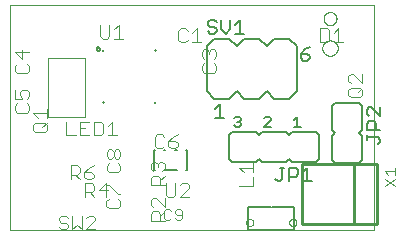
<source format=gto>
G75*
%MOIN*%
%OFA0B0*%
%FSLAX25Y25*%
%IPPOS*%
%LPD*%
%AMOC8*
5,1,8,0,0,1.08239X$1,22.5*
%
%ADD10C,0.00000*%
%ADD11C,0.00600*%
%ADD12C,0.00500*%
%ADD13C,0.00400*%
%ADD14C,0.00300*%
%ADD15C,0.00800*%
%ADD16C,0.01000*%
D10*
X0030649Y0017263D02*
X0030649Y0092177D01*
X0152011Y0092177D01*
X0152011Y0092208D01*
X0152011Y0092177D02*
X0152011Y0017263D01*
X0152011Y0017247D01*
X0152011Y0017263D02*
X0030649Y0017263D01*
X0043278Y0054779D02*
X0055877Y0054779D01*
X0055877Y0074464D01*
X0043278Y0074464D01*
X0043278Y0054779D01*
X0109471Y0019767D02*
X0109473Y0019836D01*
X0109479Y0019904D01*
X0109489Y0019972D01*
X0109503Y0020039D01*
X0109521Y0020106D01*
X0109542Y0020171D01*
X0109568Y0020235D01*
X0109597Y0020297D01*
X0109629Y0020357D01*
X0109665Y0020416D01*
X0109705Y0020472D01*
X0109747Y0020526D01*
X0109793Y0020577D01*
X0109842Y0020626D01*
X0109893Y0020672D01*
X0109947Y0020714D01*
X0110003Y0020754D01*
X0110061Y0020790D01*
X0110122Y0020822D01*
X0110184Y0020851D01*
X0110248Y0020877D01*
X0110313Y0020898D01*
X0110380Y0020916D01*
X0110447Y0020930D01*
X0110515Y0020940D01*
X0110583Y0020946D01*
X0110652Y0020948D01*
X0110721Y0020946D01*
X0110789Y0020940D01*
X0110857Y0020930D01*
X0110924Y0020916D01*
X0110991Y0020898D01*
X0111056Y0020877D01*
X0111120Y0020851D01*
X0111182Y0020822D01*
X0111242Y0020790D01*
X0111301Y0020754D01*
X0111357Y0020714D01*
X0111411Y0020672D01*
X0111462Y0020626D01*
X0111511Y0020577D01*
X0111557Y0020526D01*
X0111599Y0020472D01*
X0111639Y0020416D01*
X0111675Y0020357D01*
X0111707Y0020297D01*
X0111736Y0020235D01*
X0111762Y0020171D01*
X0111783Y0020106D01*
X0111801Y0020039D01*
X0111815Y0019972D01*
X0111825Y0019904D01*
X0111831Y0019836D01*
X0111833Y0019767D01*
X0111831Y0019698D01*
X0111825Y0019630D01*
X0111815Y0019562D01*
X0111801Y0019495D01*
X0111783Y0019428D01*
X0111762Y0019363D01*
X0111736Y0019299D01*
X0111707Y0019237D01*
X0111675Y0019176D01*
X0111639Y0019118D01*
X0111599Y0019062D01*
X0111557Y0019008D01*
X0111511Y0018957D01*
X0111462Y0018908D01*
X0111411Y0018862D01*
X0111357Y0018820D01*
X0111301Y0018780D01*
X0111243Y0018744D01*
X0111182Y0018712D01*
X0111120Y0018683D01*
X0111056Y0018657D01*
X0110991Y0018636D01*
X0110924Y0018618D01*
X0110857Y0018604D01*
X0110789Y0018594D01*
X0110721Y0018588D01*
X0110652Y0018586D01*
X0110583Y0018588D01*
X0110515Y0018594D01*
X0110447Y0018604D01*
X0110380Y0018618D01*
X0110313Y0018636D01*
X0110248Y0018657D01*
X0110184Y0018683D01*
X0110122Y0018712D01*
X0110061Y0018744D01*
X0110003Y0018780D01*
X0109947Y0018820D01*
X0109893Y0018862D01*
X0109842Y0018908D01*
X0109793Y0018957D01*
X0109747Y0019008D01*
X0109705Y0019062D01*
X0109665Y0019118D01*
X0109629Y0019176D01*
X0109597Y0019237D01*
X0109568Y0019299D01*
X0109542Y0019363D01*
X0109521Y0019428D01*
X0109503Y0019495D01*
X0109489Y0019562D01*
X0109479Y0019630D01*
X0109473Y0019698D01*
X0109471Y0019767D01*
X0123842Y0019767D02*
X0123844Y0019836D01*
X0123850Y0019904D01*
X0123860Y0019972D01*
X0123874Y0020039D01*
X0123892Y0020106D01*
X0123913Y0020171D01*
X0123939Y0020235D01*
X0123968Y0020297D01*
X0124000Y0020357D01*
X0124036Y0020416D01*
X0124076Y0020472D01*
X0124118Y0020526D01*
X0124164Y0020577D01*
X0124213Y0020626D01*
X0124264Y0020672D01*
X0124318Y0020714D01*
X0124374Y0020754D01*
X0124432Y0020790D01*
X0124493Y0020822D01*
X0124555Y0020851D01*
X0124619Y0020877D01*
X0124684Y0020898D01*
X0124751Y0020916D01*
X0124818Y0020930D01*
X0124886Y0020940D01*
X0124954Y0020946D01*
X0125023Y0020948D01*
X0125092Y0020946D01*
X0125160Y0020940D01*
X0125228Y0020930D01*
X0125295Y0020916D01*
X0125362Y0020898D01*
X0125427Y0020877D01*
X0125491Y0020851D01*
X0125553Y0020822D01*
X0125613Y0020790D01*
X0125672Y0020754D01*
X0125728Y0020714D01*
X0125782Y0020672D01*
X0125833Y0020626D01*
X0125882Y0020577D01*
X0125928Y0020526D01*
X0125970Y0020472D01*
X0126010Y0020416D01*
X0126046Y0020357D01*
X0126078Y0020297D01*
X0126107Y0020235D01*
X0126133Y0020171D01*
X0126154Y0020106D01*
X0126172Y0020039D01*
X0126186Y0019972D01*
X0126196Y0019904D01*
X0126202Y0019836D01*
X0126204Y0019767D01*
X0126202Y0019698D01*
X0126196Y0019630D01*
X0126186Y0019562D01*
X0126172Y0019495D01*
X0126154Y0019428D01*
X0126133Y0019363D01*
X0126107Y0019299D01*
X0126078Y0019237D01*
X0126046Y0019176D01*
X0126010Y0019118D01*
X0125970Y0019062D01*
X0125928Y0019008D01*
X0125882Y0018957D01*
X0125833Y0018908D01*
X0125782Y0018862D01*
X0125728Y0018820D01*
X0125672Y0018780D01*
X0125614Y0018744D01*
X0125553Y0018712D01*
X0125491Y0018683D01*
X0125427Y0018657D01*
X0125362Y0018636D01*
X0125295Y0018618D01*
X0125228Y0018604D01*
X0125160Y0018594D01*
X0125092Y0018588D01*
X0125023Y0018586D01*
X0124954Y0018588D01*
X0124886Y0018594D01*
X0124818Y0018604D01*
X0124751Y0018618D01*
X0124684Y0018636D01*
X0124619Y0018657D01*
X0124555Y0018683D01*
X0124493Y0018712D01*
X0124432Y0018744D01*
X0124374Y0018780D01*
X0124318Y0018820D01*
X0124264Y0018862D01*
X0124213Y0018908D01*
X0124164Y0018957D01*
X0124118Y0019008D01*
X0124076Y0019062D01*
X0124036Y0019118D01*
X0124000Y0019176D01*
X0123968Y0019237D01*
X0123939Y0019299D01*
X0123913Y0019363D01*
X0123892Y0019428D01*
X0123874Y0019495D01*
X0123860Y0019562D01*
X0123850Y0019630D01*
X0123844Y0019698D01*
X0123842Y0019767D01*
X0134874Y0077905D02*
X0134876Y0078006D01*
X0134882Y0078107D01*
X0134892Y0078208D01*
X0134906Y0078308D01*
X0134924Y0078407D01*
X0134946Y0078506D01*
X0134971Y0078604D01*
X0135001Y0078701D01*
X0135034Y0078796D01*
X0135071Y0078890D01*
X0135112Y0078983D01*
X0135156Y0079074D01*
X0135204Y0079163D01*
X0135256Y0079250D01*
X0135311Y0079335D01*
X0135369Y0079417D01*
X0135430Y0079498D01*
X0135495Y0079576D01*
X0135562Y0079651D01*
X0135632Y0079723D01*
X0135706Y0079793D01*
X0135782Y0079860D01*
X0135860Y0079924D01*
X0135941Y0079984D01*
X0136024Y0080041D01*
X0136110Y0080095D01*
X0136198Y0080146D01*
X0136287Y0080193D01*
X0136378Y0080237D01*
X0136471Y0080276D01*
X0136566Y0080313D01*
X0136661Y0080345D01*
X0136758Y0080374D01*
X0136857Y0080398D01*
X0136955Y0080419D01*
X0137055Y0080436D01*
X0137155Y0080449D01*
X0137256Y0080458D01*
X0137357Y0080463D01*
X0137458Y0080464D01*
X0137559Y0080461D01*
X0137660Y0080454D01*
X0137761Y0080443D01*
X0137861Y0080428D01*
X0137960Y0080409D01*
X0138059Y0080386D01*
X0138156Y0080360D01*
X0138253Y0080329D01*
X0138348Y0080295D01*
X0138441Y0080257D01*
X0138534Y0080215D01*
X0138624Y0080170D01*
X0138713Y0080121D01*
X0138799Y0080069D01*
X0138883Y0080013D01*
X0138966Y0079954D01*
X0139045Y0079892D01*
X0139123Y0079827D01*
X0139197Y0079759D01*
X0139269Y0079687D01*
X0139338Y0079614D01*
X0139404Y0079537D01*
X0139467Y0079458D01*
X0139527Y0079376D01*
X0139583Y0079292D01*
X0139636Y0079206D01*
X0139686Y0079118D01*
X0139732Y0079028D01*
X0139775Y0078937D01*
X0139814Y0078843D01*
X0139849Y0078748D01*
X0139880Y0078652D01*
X0139908Y0078555D01*
X0139932Y0078457D01*
X0139952Y0078358D01*
X0139968Y0078258D01*
X0139980Y0078157D01*
X0139988Y0078057D01*
X0139992Y0077956D01*
X0139992Y0077854D01*
X0139988Y0077753D01*
X0139980Y0077653D01*
X0139968Y0077552D01*
X0139952Y0077452D01*
X0139932Y0077353D01*
X0139908Y0077255D01*
X0139880Y0077158D01*
X0139849Y0077062D01*
X0139814Y0076967D01*
X0139775Y0076873D01*
X0139732Y0076782D01*
X0139686Y0076692D01*
X0139636Y0076604D01*
X0139583Y0076518D01*
X0139527Y0076434D01*
X0139467Y0076352D01*
X0139404Y0076273D01*
X0139338Y0076196D01*
X0139269Y0076123D01*
X0139197Y0076051D01*
X0139123Y0075983D01*
X0139045Y0075918D01*
X0138966Y0075856D01*
X0138883Y0075797D01*
X0138799Y0075741D01*
X0138712Y0075689D01*
X0138624Y0075640D01*
X0138534Y0075595D01*
X0138441Y0075553D01*
X0138348Y0075515D01*
X0138253Y0075481D01*
X0138156Y0075450D01*
X0138059Y0075424D01*
X0137960Y0075401D01*
X0137861Y0075382D01*
X0137761Y0075367D01*
X0137660Y0075356D01*
X0137559Y0075349D01*
X0137458Y0075346D01*
X0137357Y0075347D01*
X0137256Y0075352D01*
X0137155Y0075361D01*
X0137055Y0075374D01*
X0136955Y0075391D01*
X0136857Y0075412D01*
X0136758Y0075436D01*
X0136661Y0075465D01*
X0136566Y0075497D01*
X0136471Y0075534D01*
X0136378Y0075573D01*
X0136287Y0075617D01*
X0136198Y0075664D01*
X0136110Y0075715D01*
X0136024Y0075769D01*
X0135941Y0075826D01*
X0135860Y0075886D01*
X0135782Y0075950D01*
X0135706Y0076017D01*
X0135632Y0076087D01*
X0135562Y0076159D01*
X0135495Y0076234D01*
X0135430Y0076312D01*
X0135369Y0076393D01*
X0135311Y0076475D01*
X0135256Y0076560D01*
X0135204Y0076647D01*
X0135156Y0076736D01*
X0135112Y0076827D01*
X0135071Y0076920D01*
X0135034Y0077014D01*
X0135001Y0077109D01*
X0134971Y0077206D01*
X0134946Y0077304D01*
X0134924Y0077403D01*
X0134906Y0077502D01*
X0134892Y0077602D01*
X0134882Y0077703D01*
X0134876Y0077804D01*
X0134874Y0077905D01*
X0135268Y0087747D02*
X0135270Y0087840D01*
X0135276Y0087932D01*
X0135286Y0088024D01*
X0135300Y0088115D01*
X0135317Y0088206D01*
X0135339Y0088296D01*
X0135364Y0088385D01*
X0135393Y0088473D01*
X0135426Y0088559D01*
X0135463Y0088644D01*
X0135503Y0088728D01*
X0135547Y0088809D01*
X0135594Y0088889D01*
X0135644Y0088967D01*
X0135698Y0089042D01*
X0135755Y0089115D01*
X0135815Y0089185D01*
X0135878Y0089253D01*
X0135944Y0089318D01*
X0136012Y0089380D01*
X0136083Y0089440D01*
X0136157Y0089496D01*
X0136233Y0089549D01*
X0136311Y0089598D01*
X0136391Y0089645D01*
X0136473Y0089687D01*
X0136557Y0089727D01*
X0136642Y0089762D01*
X0136729Y0089794D01*
X0136817Y0089823D01*
X0136906Y0089847D01*
X0136996Y0089868D01*
X0137087Y0089884D01*
X0137179Y0089897D01*
X0137271Y0089906D01*
X0137364Y0089911D01*
X0137456Y0089912D01*
X0137549Y0089909D01*
X0137641Y0089902D01*
X0137733Y0089891D01*
X0137824Y0089876D01*
X0137915Y0089858D01*
X0138005Y0089835D01*
X0138093Y0089809D01*
X0138181Y0089779D01*
X0138267Y0089745D01*
X0138351Y0089708D01*
X0138434Y0089666D01*
X0138515Y0089622D01*
X0138595Y0089574D01*
X0138672Y0089523D01*
X0138746Y0089468D01*
X0138819Y0089410D01*
X0138889Y0089350D01*
X0138956Y0089286D01*
X0139020Y0089220D01*
X0139082Y0089150D01*
X0139140Y0089079D01*
X0139195Y0089005D01*
X0139247Y0088928D01*
X0139296Y0088849D01*
X0139342Y0088769D01*
X0139384Y0088686D01*
X0139422Y0088602D01*
X0139457Y0088516D01*
X0139488Y0088429D01*
X0139515Y0088341D01*
X0139538Y0088251D01*
X0139558Y0088161D01*
X0139574Y0088070D01*
X0139586Y0087978D01*
X0139594Y0087886D01*
X0139598Y0087793D01*
X0139598Y0087701D01*
X0139594Y0087608D01*
X0139586Y0087516D01*
X0139574Y0087424D01*
X0139558Y0087333D01*
X0139538Y0087243D01*
X0139515Y0087153D01*
X0139488Y0087065D01*
X0139457Y0086978D01*
X0139422Y0086892D01*
X0139384Y0086808D01*
X0139342Y0086725D01*
X0139296Y0086645D01*
X0139247Y0086566D01*
X0139195Y0086489D01*
X0139140Y0086415D01*
X0139082Y0086344D01*
X0139020Y0086274D01*
X0138956Y0086208D01*
X0138889Y0086144D01*
X0138819Y0086084D01*
X0138746Y0086026D01*
X0138672Y0085971D01*
X0138595Y0085920D01*
X0138516Y0085872D01*
X0138434Y0085828D01*
X0138351Y0085786D01*
X0138267Y0085749D01*
X0138181Y0085715D01*
X0138093Y0085685D01*
X0138005Y0085659D01*
X0137915Y0085636D01*
X0137824Y0085618D01*
X0137733Y0085603D01*
X0137641Y0085592D01*
X0137549Y0085585D01*
X0137456Y0085582D01*
X0137364Y0085583D01*
X0137271Y0085588D01*
X0137179Y0085597D01*
X0137087Y0085610D01*
X0136996Y0085626D01*
X0136906Y0085647D01*
X0136817Y0085671D01*
X0136729Y0085700D01*
X0136642Y0085732D01*
X0136557Y0085767D01*
X0136473Y0085807D01*
X0136391Y0085849D01*
X0136311Y0085896D01*
X0136233Y0085945D01*
X0136157Y0085998D01*
X0136083Y0086054D01*
X0136012Y0086114D01*
X0135944Y0086176D01*
X0135878Y0086241D01*
X0135815Y0086309D01*
X0135755Y0086379D01*
X0135698Y0086452D01*
X0135644Y0086527D01*
X0135594Y0086605D01*
X0135547Y0086685D01*
X0135503Y0086766D01*
X0135463Y0086850D01*
X0135426Y0086935D01*
X0135393Y0087021D01*
X0135364Y0087109D01*
X0135339Y0087198D01*
X0135317Y0087288D01*
X0135300Y0087379D01*
X0135286Y0087470D01*
X0135276Y0087562D01*
X0135270Y0087654D01*
X0135268Y0087747D01*
D11*
X0126363Y0078448D02*
X0126363Y0063448D01*
X0123863Y0060948D01*
X0118863Y0060948D01*
X0116363Y0063448D01*
X0113863Y0060948D01*
X0108863Y0060948D01*
X0106363Y0063448D01*
X0103863Y0060948D01*
X0098863Y0060948D01*
X0096363Y0063448D01*
X0096363Y0078448D01*
X0098863Y0080948D01*
X0103863Y0080948D01*
X0106363Y0078448D01*
X0108863Y0080948D01*
X0113863Y0080948D01*
X0116363Y0078448D01*
X0118863Y0080948D01*
X0123863Y0080948D01*
X0126363Y0078448D01*
X0139003Y0059464D02*
X0147003Y0059464D01*
X0148003Y0058464D01*
X0148003Y0050464D01*
X0147003Y0049464D01*
X0148003Y0048464D01*
X0148003Y0040464D01*
X0147003Y0039464D01*
X0139003Y0039464D01*
X0138003Y0040464D01*
X0138003Y0048464D01*
X0139003Y0049464D01*
X0138003Y0050464D01*
X0138003Y0058464D01*
X0139003Y0059464D01*
X0132759Y0049854D02*
X0124759Y0049854D01*
X0123759Y0048854D01*
X0122759Y0049854D01*
X0114759Y0049854D01*
X0113759Y0048854D01*
X0112759Y0049854D01*
X0104759Y0049854D01*
X0103759Y0048854D01*
X0103759Y0040854D01*
X0104759Y0039854D01*
X0112759Y0039854D01*
X0113759Y0040854D01*
X0114759Y0039854D01*
X0122759Y0039854D01*
X0123759Y0040854D01*
X0124759Y0039854D01*
X0132759Y0039854D01*
X0133759Y0040854D01*
X0133759Y0048854D01*
X0132759Y0049854D01*
X0089814Y0043783D02*
X0089814Y0037405D01*
X0089444Y0037405D01*
X0086271Y0037405D02*
X0082160Y0037405D01*
X0078987Y0037405D02*
X0078617Y0037405D01*
X0078617Y0043783D01*
X0078987Y0043783D01*
X0082160Y0043783D02*
X0082530Y0043783D01*
X0085900Y0043783D02*
X0086271Y0043783D01*
X0089444Y0043783D02*
X0089814Y0043783D01*
D12*
X0099113Y0054698D02*
X0102115Y0054698D01*
X0100614Y0054698D02*
X0100614Y0059202D01*
X0099113Y0057701D01*
X0105418Y0054540D02*
X0105985Y0055107D01*
X0107119Y0055107D01*
X0107686Y0054540D01*
X0107686Y0053972D01*
X0107119Y0053405D01*
X0107686Y0052838D01*
X0107686Y0052271D01*
X0107119Y0051704D01*
X0105985Y0051704D01*
X0105418Y0052271D01*
X0106552Y0053405D02*
X0107119Y0053405D01*
X0115418Y0054540D02*
X0115985Y0055107D01*
X0117119Y0055107D01*
X0117686Y0054540D01*
X0117686Y0053972D01*
X0115418Y0051704D01*
X0117686Y0051704D01*
X0125418Y0051704D02*
X0127686Y0051704D01*
X0126552Y0051704D02*
X0126552Y0055107D01*
X0125418Y0053972D01*
X0126053Y0038108D02*
X0123801Y0038108D01*
X0123801Y0033604D01*
X0123801Y0035105D02*
X0126053Y0035105D01*
X0126803Y0035856D01*
X0126803Y0037357D01*
X0126053Y0038108D01*
X0128405Y0036606D02*
X0129906Y0038108D01*
X0129906Y0033604D01*
X0128405Y0033604D02*
X0131407Y0033604D01*
X0121449Y0034354D02*
X0121449Y0038108D01*
X0120698Y0038108D02*
X0122200Y0038108D01*
X0121449Y0034354D02*
X0120698Y0033604D01*
X0119948Y0033604D01*
X0119197Y0034354D01*
X0117936Y0025082D02*
X0125515Y0025082D01*
X0125515Y0017405D01*
X0110160Y0017405D01*
X0110160Y0025082D01*
X0117837Y0025082D01*
X0149749Y0047403D02*
X0149749Y0048905D01*
X0149749Y0048154D02*
X0153502Y0048154D01*
X0154253Y0047403D01*
X0154253Y0046653D01*
X0153502Y0045902D01*
X0152752Y0050506D02*
X0152752Y0052758D01*
X0152001Y0053509D01*
X0150500Y0053509D01*
X0149749Y0052758D01*
X0149749Y0050506D01*
X0154253Y0050506D01*
X0154253Y0055110D02*
X0151250Y0058113D01*
X0150500Y0058113D01*
X0149749Y0057362D01*
X0149749Y0055861D01*
X0150500Y0055110D01*
X0154253Y0055110D02*
X0154253Y0058113D01*
X0130615Y0074449D02*
X0129865Y0073698D01*
X0128363Y0073698D01*
X0127613Y0074449D01*
X0127613Y0075950D01*
X0129865Y0075950D01*
X0130615Y0075200D01*
X0130615Y0074449D01*
X0129114Y0077451D02*
X0127613Y0075950D01*
X0129114Y0077451D02*
X0130615Y0078202D01*
X0108823Y0082698D02*
X0105821Y0082698D01*
X0107322Y0082698D02*
X0107322Y0087202D01*
X0105821Y0085701D01*
X0104219Y0084200D02*
X0104219Y0087202D01*
X0101217Y0087202D02*
X0101217Y0084200D01*
X0102718Y0082698D01*
X0104219Y0084200D01*
X0099615Y0084200D02*
X0099615Y0083449D01*
X0098865Y0082698D01*
X0097363Y0082698D01*
X0096613Y0083449D01*
X0097363Y0084950D02*
X0098865Y0084950D01*
X0099615Y0084200D01*
X0097363Y0084950D02*
X0096613Y0085701D01*
X0096613Y0086451D01*
X0097363Y0087202D01*
X0098865Y0087202D01*
X0099615Y0086451D01*
D13*
X0093043Y0084516D02*
X0093043Y0079912D01*
X0091508Y0079912D02*
X0094578Y0079912D01*
X0095580Y0077444D02*
X0096347Y0077444D01*
X0097114Y0076677D01*
X0097882Y0077444D01*
X0098649Y0077444D01*
X0099416Y0076677D01*
X0099416Y0075142D01*
X0098649Y0074375D01*
X0097114Y0075910D02*
X0097114Y0076677D01*
X0095580Y0077444D02*
X0094812Y0076677D01*
X0094812Y0075142D01*
X0095580Y0074375D01*
X0095580Y0072840D02*
X0094812Y0072073D01*
X0094812Y0070538D01*
X0095580Y0069771D01*
X0098649Y0069771D01*
X0099416Y0070538D01*
X0099416Y0072073D01*
X0098649Y0072840D01*
X0089974Y0080679D02*
X0089206Y0079912D01*
X0087672Y0079912D01*
X0086904Y0080679D01*
X0086904Y0083749D01*
X0087672Y0084516D01*
X0089206Y0084516D01*
X0089974Y0083749D01*
X0091508Y0082981D02*
X0093043Y0084516D01*
X0068506Y0081105D02*
X0065437Y0081105D01*
X0066971Y0081105D02*
X0066971Y0085709D01*
X0065437Y0084174D01*
X0063902Y0085709D02*
X0063902Y0081872D01*
X0063135Y0081105D01*
X0061600Y0081105D01*
X0060833Y0081872D01*
X0060833Y0085709D01*
X0037059Y0076456D02*
X0032455Y0076456D01*
X0034757Y0074154D01*
X0034757Y0077223D01*
X0036291Y0072619D02*
X0037059Y0071852D01*
X0037059Y0070317D01*
X0036291Y0069550D01*
X0033222Y0069550D01*
X0032455Y0070317D01*
X0032455Y0071852D01*
X0033222Y0072619D01*
X0032455Y0064081D02*
X0032455Y0061012D01*
X0034757Y0061012D01*
X0033989Y0062547D01*
X0033989Y0063314D01*
X0034757Y0064081D01*
X0036291Y0064081D01*
X0037059Y0063314D01*
X0037059Y0061779D01*
X0036291Y0061012D01*
X0036291Y0059477D02*
X0037059Y0058710D01*
X0037059Y0057175D01*
X0036291Y0056408D01*
X0033222Y0056408D01*
X0032455Y0057175D01*
X0032455Y0058710D01*
X0033222Y0059477D01*
X0038475Y0056118D02*
X0043078Y0056118D01*
X0043078Y0057652D02*
X0043078Y0054583D01*
X0043078Y0053048D02*
X0041544Y0051514D01*
X0042311Y0053048D02*
X0039242Y0053048D01*
X0038475Y0052281D01*
X0038475Y0050746D01*
X0039242Y0049979D01*
X0042311Y0049979D01*
X0043078Y0050746D01*
X0043078Y0052281D01*
X0042311Y0053048D01*
X0040009Y0054583D02*
X0038475Y0056118D01*
X0049526Y0053421D02*
X0049526Y0048818D01*
X0052595Y0048818D01*
X0054130Y0048818D02*
X0057199Y0048818D01*
X0058734Y0048818D02*
X0061035Y0048818D01*
X0061803Y0049585D01*
X0061803Y0052654D01*
X0061035Y0053421D01*
X0058734Y0053421D01*
X0058734Y0048818D01*
X0055664Y0051120D02*
X0054130Y0051120D01*
X0054130Y0053421D02*
X0054130Y0048818D01*
X0054130Y0053421D02*
X0057199Y0053421D01*
X0063337Y0051887D02*
X0064872Y0053421D01*
X0064872Y0048818D01*
X0063337Y0048818D02*
X0066407Y0048818D01*
X0066032Y0044121D02*
X0066799Y0044121D01*
X0067567Y0043353D01*
X0067567Y0041819D01*
X0066799Y0041051D01*
X0066032Y0041051D01*
X0065265Y0041819D01*
X0065265Y0043353D01*
X0066032Y0044121D01*
X0065265Y0043353D02*
X0064497Y0044121D01*
X0063730Y0044121D01*
X0062963Y0043353D01*
X0062963Y0041819D01*
X0063730Y0041051D01*
X0064497Y0041051D01*
X0065265Y0041819D01*
X0066799Y0039517D02*
X0067567Y0038749D01*
X0067567Y0037215D01*
X0066799Y0036447D01*
X0063730Y0036447D01*
X0062963Y0037215D01*
X0062963Y0038749D01*
X0063730Y0039517D01*
X0058604Y0038843D02*
X0057070Y0038075D01*
X0055535Y0036541D01*
X0057837Y0036541D01*
X0058604Y0035773D01*
X0058604Y0035006D01*
X0057837Y0034239D01*
X0056302Y0034239D01*
X0055535Y0035006D01*
X0055535Y0036541D01*
X0054000Y0036541D02*
X0054000Y0038075D01*
X0053233Y0038843D01*
X0050931Y0038843D01*
X0050931Y0034239D01*
X0050931Y0035773D02*
X0053233Y0035773D01*
X0054000Y0036541D01*
X0052466Y0035773D02*
X0054000Y0034239D01*
X0055778Y0032858D02*
X0058080Y0032858D01*
X0058848Y0032091D01*
X0058848Y0030557D01*
X0058080Y0029789D01*
X0055778Y0029789D01*
X0055778Y0028255D02*
X0055778Y0032858D01*
X0057313Y0029789D02*
X0058848Y0028255D01*
X0060382Y0030557D02*
X0063452Y0030557D01*
X0062880Y0029150D02*
X0062880Y0032219D01*
X0063647Y0032219D01*
X0066717Y0029150D01*
X0067484Y0029150D01*
X0066717Y0027615D02*
X0067484Y0026848D01*
X0067484Y0025313D01*
X0066717Y0024546D01*
X0063647Y0024546D01*
X0062880Y0025313D01*
X0062880Y0026848D01*
X0063647Y0027615D01*
X0062684Y0028255D02*
X0062684Y0032858D01*
X0060382Y0030557D01*
X0058491Y0022051D02*
X0056957Y0022051D01*
X0056189Y0021284D01*
X0054655Y0022051D02*
X0054655Y0017447D01*
X0053120Y0018982D01*
X0051586Y0017447D01*
X0051586Y0022051D01*
X0050051Y0021284D02*
X0049284Y0022051D01*
X0047749Y0022051D01*
X0046982Y0021284D01*
X0046982Y0020517D01*
X0047749Y0019749D01*
X0049284Y0019749D01*
X0050051Y0018982D01*
X0050051Y0018215D01*
X0049284Y0017447D01*
X0047749Y0017447D01*
X0046982Y0018215D01*
X0056189Y0017447D02*
X0059259Y0020517D01*
X0059259Y0021284D01*
X0058491Y0022051D01*
X0059259Y0017447D02*
X0056189Y0017447D01*
X0077770Y0020377D02*
X0077770Y0022679D01*
X0078537Y0023447D01*
X0080072Y0023447D01*
X0080839Y0022679D01*
X0080839Y0020377D01*
X0082374Y0020377D02*
X0077770Y0020377D01*
X0080839Y0021912D02*
X0082374Y0023447D01*
X0082374Y0024981D02*
X0079304Y0028051D01*
X0078537Y0028051D01*
X0077770Y0027283D01*
X0077770Y0025749D01*
X0078537Y0024981D01*
X0082374Y0024981D02*
X0082374Y0028051D01*
X0082708Y0029061D02*
X0083475Y0028294D01*
X0085010Y0028294D01*
X0085777Y0029061D01*
X0085777Y0032898D01*
X0087312Y0032131D02*
X0088079Y0032898D01*
X0089613Y0032898D01*
X0090381Y0032131D01*
X0090381Y0031363D01*
X0087312Y0028294D01*
X0090381Y0028294D01*
X0082708Y0029061D02*
X0082708Y0032898D01*
X0082299Y0032295D02*
X0077695Y0032295D01*
X0077695Y0034597D01*
X0078462Y0035364D01*
X0079997Y0035364D01*
X0080764Y0034597D01*
X0080764Y0032295D01*
X0080764Y0033829D02*
X0082299Y0035364D01*
X0081532Y0036899D02*
X0082299Y0037666D01*
X0082299Y0039201D01*
X0081532Y0039968D01*
X0080764Y0039968D01*
X0079997Y0039201D01*
X0079997Y0038433D01*
X0079997Y0039201D02*
X0079230Y0039968D01*
X0078462Y0039968D01*
X0077695Y0039201D01*
X0077695Y0037666D01*
X0078462Y0036899D01*
X0079747Y0044577D02*
X0081281Y0044577D01*
X0082049Y0045345D01*
X0083583Y0045345D02*
X0083583Y0046879D01*
X0085885Y0046879D01*
X0086652Y0046112D01*
X0086652Y0045345D01*
X0085885Y0044577D01*
X0084350Y0044577D01*
X0083583Y0045345D01*
X0083583Y0046879D02*
X0085118Y0048414D01*
X0086652Y0049181D01*
X0082049Y0048414D02*
X0081281Y0049181D01*
X0079747Y0049181D01*
X0078979Y0048414D01*
X0078979Y0045345D01*
X0079747Y0044577D01*
X0107254Y0038024D02*
X0111858Y0038024D01*
X0111858Y0039558D02*
X0111858Y0036489D01*
X0111858Y0034955D02*
X0111858Y0031885D01*
X0107254Y0031885D01*
X0108789Y0036489D02*
X0107254Y0038024D01*
X0143530Y0062440D02*
X0143530Y0063975D01*
X0144297Y0064742D01*
X0147366Y0064742D01*
X0148134Y0063975D01*
X0148134Y0062440D01*
X0147366Y0061673D01*
X0144297Y0061673D01*
X0143530Y0062440D01*
X0146599Y0063207D02*
X0148134Y0064742D01*
X0148134Y0066277D02*
X0145064Y0069346D01*
X0144297Y0069346D01*
X0143530Y0068579D01*
X0143530Y0067044D01*
X0144297Y0066277D01*
X0148134Y0066277D02*
X0148134Y0069346D01*
X0141688Y0080007D02*
X0138619Y0080007D01*
X0140153Y0080007D02*
X0140153Y0084611D01*
X0138619Y0083077D01*
X0137084Y0083844D02*
X0137084Y0080775D01*
X0136317Y0080007D01*
X0134015Y0080007D01*
X0134015Y0084611D01*
X0136317Y0084611D01*
X0137084Y0083844D01*
X0159232Y0038084D02*
X0159232Y0035682D01*
X0159232Y0036883D02*
X0155629Y0036883D01*
X0156830Y0035682D01*
X0155629Y0034401D02*
X0159232Y0031999D01*
X0159232Y0034401D02*
X0155629Y0031999D01*
D14*
X0088183Y0023609D02*
X0088183Y0021141D01*
X0087565Y0020523D01*
X0086331Y0020523D01*
X0085714Y0021141D01*
X0084499Y0021141D02*
X0083882Y0020523D01*
X0082648Y0020523D01*
X0082031Y0021141D01*
X0082031Y0023609D01*
X0082648Y0024227D01*
X0083882Y0024227D01*
X0084499Y0023609D01*
X0085714Y0023609D02*
X0085714Y0022992D01*
X0086331Y0022375D01*
X0088183Y0022375D01*
X0088183Y0023609D02*
X0087565Y0024227D01*
X0086331Y0024227D01*
X0085714Y0023609D01*
D15*
X0079097Y0059547D02*
X0079491Y0059940D01*
X0062168Y0059547D02*
X0061775Y0059940D01*
X0061775Y0076870D02*
X0062168Y0077263D01*
X0059609Y0077657D02*
X0059611Y0077705D01*
X0059617Y0077753D01*
X0059627Y0077800D01*
X0059640Y0077846D01*
X0059658Y0077891D01*
X0059678Y0077935D01*
X0059703Y0077977D01*
X0059731Y0078016D01*
X0059761Y0078053D01*
X0059795Y0078087D01*
X0059832Y0078119D01*
X0059870Y0078148D01*
X0059911Y0078173D01*
X0059954Y0078195D01*
X0059999Y0078213D01*
X0060045Y0078227D01*
X0060092Y0078238D01*
X0060140Y0078245D01*
X0060188Y0078248D01*
X0060236Y0078247D01*
X0060284Y0078242D01*
X0060332Y0078233D01*
X0060378Y0078221D01*
X0060423Y0078204D01*
X0060467Y0078184D01*
X0060509Y0078161D01*
X0060549Y0078134D01*
X0060587Y0078104D01*
X0060622Y0078071D01*
X0060654Y0078035D01*
X0060684Y0077997D01*
X0060710Y0077956D01*
X0060732Y0077913D01*
X0060752Y0077869D01*
X0060767Y0077824D01*
X0060779Y0077777D01*
X0060787Y0077729D01*
X0060791Y0077681D01*
X0060791Y0077633D01*
X0060787Y0077585D01*
X0060779Y0077537D01*
X0060767Y0077490D01*
X0060752Y0077445D01*
X0060732Y0077401D01*
X0060710Y0077358D01*
X0060684Y0077317D01*
X0060654Y0077279D01*
X0060622Y0077243D01*
X0060587Y0077210D01*
X0060549Y0077180D01*
X0060509Y0077153D01*
X0060467Y0077130D01*
X0060423Y0077110D01*
X0060378Y0077093D01*
X0060332Y0077081D01*
X0060284Y0077072D01*
X0060236Y0077067D01*
X0060188Y0077066D01*
X0060140Y0077069D01*
X0060092Y0077076D01*
X0060045Y0077087D01*
X0059999Y0077101D01*
X0059954Y0077119D01*
X0059911Y0077141D01*
X0059870Y0077166D01*
X0059832Y0077195D01*
X0059795Y0077227D01*
X0059761Y0077261D01*
X0059731Y0077298D01*
X0059703Y0077337D01*
X0059678Y0077379D01*
X0059658Y0077423D01*
X0059640Y0077468D01*
X0059627Y0077514D01*
X0059617Y0077561D01*
X0059611Y0077609D01*
X0059609Y0077657D01*
X0079097Y0077263D02*
X0079491Y0076870D01*
D16*
X0127932Y0039165D02*
X0145432Y0039165D01*
X0145432Y0019165D01*
X0127932Y0019165D01*
X0127932Y0039165D01*
X0145432Y0039165D02*
X0152932Y0039165D01*
X0152932Y0019165D01*
X0145432Y0019165D01*
M02*

</source>
